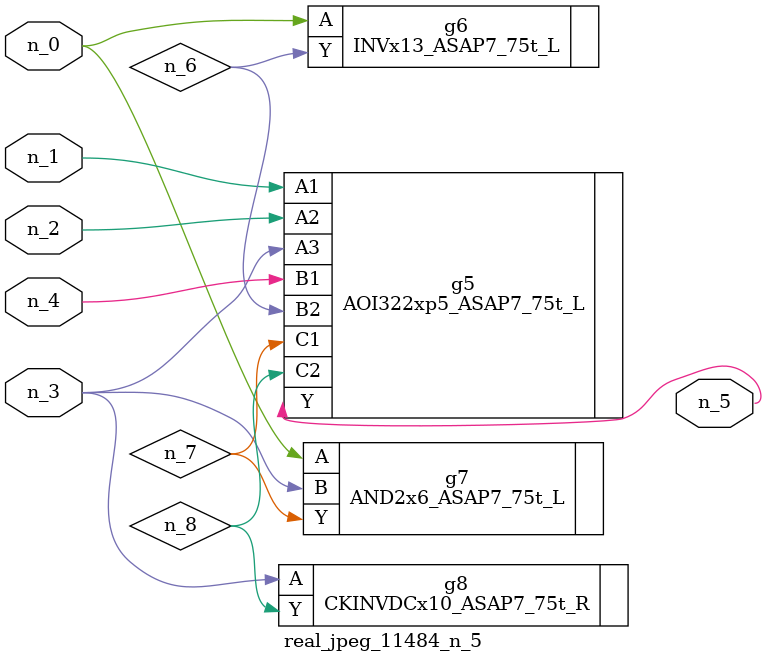
<source format=v>
module real_jpeg_11484_n_5 (n_4, n_0, n_1, n_2, n_3, n_5);

input n_4;
input n_0;
input n_1;
input n_2;
input n_3;

output n_5;

wire n_8;
wire n_6;
wire n_7;

INVx13_ASAP7_75t_L g6 ( 
.A(n_0),
.Y(n_6)
);

AND2x6_ASAP7_75t_L g7 ( 
.A(n_0),
.B(n_3),
.Y(n_7)
);

AOI322xp5_ASAP7_75t_L g5 ( 
.A1(n_1),
.A2(n_2),
.A3(n_3),
.B1(n_4),
.B2(n_6),
.C1(n_7),
.C2(n_8),
.Y(n_5)
);

CKINVDCx10_ASAP7_75t_R g8 ( 
.A(n_3),
.Y(n_8)
);


endmodule
</source>
